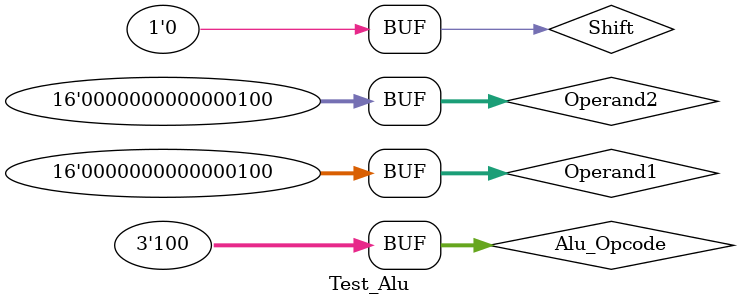
<source format=v>
`timescale 1ns / 1ps
module Test_Alu;

	// Inputs
	reg [15:0] Operand1;
	reg [15:0] Operand2;
	reg [2:0] Alu_Opcode;
	reg Shift;

	// Outputs
	wire [15:0] Result;
	wire Zero_Out;

	// Instantiate the Unit Under Test (UUT)
	ALU uut (
		.Operand1(Operand1), 
		.Operand2(Operand2), 
		.Alu_Opcode(Alu_Opcode), 
		.Shift(Shift), 
		.Result(Result), 
		.Zero_Out(Zero_Out)
	);

	initial begin
		// Initialize Inputs
		Operand1 = 16'h0004;
		Operand2 = 16'h0004;
		Alu_Opcode = 000;
		Shift = 0;

		// Wait 100 ns for global reset to finish
		#100;
        
		Operand1 = 16'h0004;
		Operand2 = 16'h0002;
		Alu_Opcode = 010;
		Shift = 0;
		// Add stimulus here
		#100;
        
		Operand1 = 16'h0004;
		Operand2 = 16'h0002;
		Alu_Opcode = 011;
		Shift = 1;
		
		
		#100;
        
		Operand1 = 16'h0004;
		Operand2 = 16'h0004;
		Alu_Opcode = 100;
		Shift = 0;
		

	end
      
endmodule

</source>
